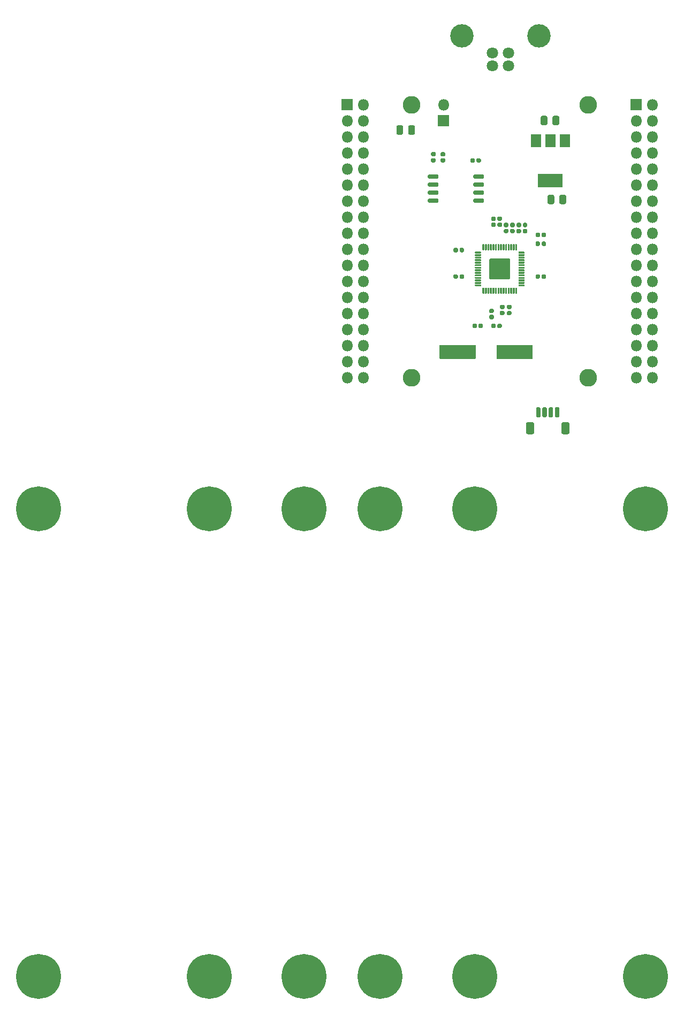
<source format=gbr>
G04 #@! TF.GenerationSoftware,KiCad,Pcbnew,(5.1.9)-1*
G04 #@! TF.CreationDate,2022-01-10T11:00:18-07:00*
G04 #@! TF.ProjectId,RP2040_minimal,52503230-3430-45f6-9d69-6e696d616c2e,REV1*
G04 #@! TF.SameCoordinates,Original*
G04 #@! TF.FileFunction,Soldermask,Top*
G04 #@! TF.FilePolarity,Negative*
%FSLAX46Y46*%
G04 Gerber Fmt 4.6, Leading zero omitted, Abs format (unit mm)*
G04 Created by KiCad (PCBNEW (5.1.9)-1) date 2022-01-10 11:00:18*
%MOMM*%
%LPD*%
G01*
G04 APERTURE LIST*
%ADD10C,1.802000*%
%ADD11C,3.702000*%
%ADD12C,7.102000*%
%ADD13C,2.802000*%
%ADD14O,1.802000X1.802000*%
G04 APERTURE END LIST*
D10*
X101340000Y-65855000D03*
X98840000Y-65855000D03*
X98840000Y-67855000D03*
X101340000Y-67855000D03*
D11*
X106206000Y-63145000D03*
X93974000Y-63145000D03*
D12*
X27070000Y-137910000D03*
X54070000Y-137910000D03*
X81070000Y-137910000D03*
X69070000Y-137910000D03*
X96070000Y-137910000D03*
X123070000Y-137910000D03*
X54070000Y-211910000D03*
X81070000Y-211910000D03*
X96070000Y-211910000D03*
X27070000Y-211910000D03*
X69070000Y-211910000D03*
X123070000Y-211910000D03*
G36*
G01*
X109441000Y-122024500D02*
X109441000Y-123325500D01*
G75*
G02*
X109265500Y-123501000I-175500J0D01*
G01*
X108914500Y-123501000D01*
G75*
G02*
X108739000Y-123325500I0J175500D01*
G01*
X108739000Y-122024500D01*
G75*
G02*
X108914500Y-121849000I175500J0D01*
G01*
X109265500Y-121849000D01*
G75*
G02*
X109441000Y-122024500I0J-175500D01*
G01*
G37*
G36*
G01*
X108441000Y-122024500D02*
X108441000Y-123325500D01*
G75*
G02*
X108265500Y-123501000I-175500J0D01*
G01*
X107914500Y-123501000D01*
G75*
G02*
X107739000Y-123325500I0J175500D01*
G01*
X107739000Y-122024500D01*
G75*
G02*
X107914500Y-121849000I175500J0D01*
G01*
X108265500Y-121849000D01*
G75*
G02*
X108441000Y-122024500I0J-175500D01*
G01*
G37*
G36*
G01*
X107441000Y-122024500D02*
X107441000Y-123325500D01*
G75*
G02*
X107265500Y-123501000I-175500J0D01*
G01*
X106914500Y-123501000D01*
G75*
G02*
X106739000Y-123325500I0J175500D01*
G01*
X106739000Y-122024500D01*
G75*
G02*
X106914500Y-121849000I175500J0D01*
G01*
X107265500Y-121849000D01*
G75*
G02*
X107441000Y-122024500I0J-175500D01*
G01*
G37*
G36*
G01*
X106441000Y-122024500D02*
X106441000Y-123325500D01*
G75*
G02*
X106265500Y-123501000I-175500J0D01*
G01*
X105914500Y-123501000D01*
G75*
G02*
X105739000Y-123325500I0J175500D01*
G01*
X105739000Y-122024500D01*
G75*
G02*
X105914500Y-121849000I175500J0D01*
G01*
X106265500Y-121849000D01*
G75*
G02*
X106441000Y-122024500I0J-175500D01*
G01*
G37*
G36*
G01*
X111041000Y-124520248D02*
X111041000Y-125879752D01*
G75*
G02*
X110769752Y-126151000I-271248J0D01*
G01*
X110010248Y-126151000D01*
G75*
G02*
X109739000Y-125879752I0J271248D01*
G01*
X109739000Y-124520248D01*
G75*
G02*
X110010248Y-124249000I271248J0D01*
G01*
X110769752Y-124249000D01*
G75*
G02*
X111041000Y-124520248I0J-271248D01*
G01*
G37*
G36*
G01*
X105441000Y-124520248D02*
X105441000Y-125879752D01*
G75*
G02*
X105169752Y-126151000I-271248J0D01*
G01*
X104410248Y-126151000D01*
G75*
G02*
X104139000Y-125879752I0J271248D01*
G01*
X104139000Y-124520248D01*
G75*
G02*
X104410248Y-124249000I271248J0D01*
G01*
X105169752Y-124249000D01*
G75*
G02*
X105441000Y-124520248I0J-271248D01*
G01*
G37*
G36*
G01*
X85514000Y-78481750D02*
X85514000Y-77518250D01*
G75*
G02*
X85783250Y-77249000I269250J0D01*
G01*
X86321750Y-77249000D01*
G75*
G02*
X86591000Y-77518250I0J-269250D01*
G01*
X86591000Y-78481750D01*
G75*
G02*
X86321750Y-78751000I-269250J0D01*
G01*
X85783250Y-78751000D01*
G75*
G02*
X85514000Y-78481750I0J269250D01*
G01*
G37*
G36*
G01*
X83639000Y-78481750D02*
X83639000Y-77518250D01*
G75*
G02*
X83908250Y-77249000I269250J0D01*
G01*
X84446750Y-77249000D01*
G75*
G02*
X84716000Y-77518250I0J-269250D01*
G01*
X84716000Y-78481750D01*
G75*
G02*
X84446750Y-78751000I-269250J0D01*
G01*
X83908250Y-78751000D01*
G75*
G02*
X83639000Y-78481750I0J269250D01*
G01*
G37*
G36*
G01*
X109424000Y-89481750D02*
X109424000Y-88518250D01*
G75*
G02*
X109693250Y-88249000I269250J0D01*
G01*
X110231750Y-88249000D01*
G75*
G02*
X110501000Y-88518250I0J-269250D01*
G01*
X110501000Y-89481750D01*
G75*
G02*
X110231750Y-89751000I-269250J0D01*
G01*
X109693250Y-89751000D01*
G75*
G02*
X109424000Y-89481750I0J269250D01*
G01*
G37*
G36*
G01*
X107549000Y-89481750D02*
X107549000Y-88518250D01*
G75*
G02*
X107818250Y-88249000I269250J0D01*
G01*
X108356750Y-88249000D01*
G75*
G02*
X108626000Y-88518250I0J-269250D01*
G01*
X108626000Y-89481750D01*
G75*
G02*
X108356750Y-89751000I-269250J0D01*
G01*
X107818250Y-89751000D01*
G75*
G02*
X107549000Y-89481750I0J269250D01*
G01*
G37*
G36*
G01*
X90490000Y-114166000D02*
X90490000Y-112066000D01*
G75*
G02*
X90541000Y-112015000I51000J0D01*
G01*
X96141000Y-112015000D01*
G75*
G02*
X96192000Y-112066000I0J-51000D01*
G01*
X96192000Y-114166000D01*
G75*
G02*
X96141000Y-114217000I-51000J0D01*
G01*
X90541000Y-114217000D01*
G75*
G02*
X90490000Y-114166000I0J51000D01*
G01*
G37*
G36*
G01*
X99490000Y-114166000D02*
X99490000Y-112066000D01*
G75*
G02*
X99541000Y-112015000I51000J0D01*
G01*
X105141000Y-112015000D01*
G75*
G02*
X105192000Y-112066000I0J-51000D01*
G01*
X105192000Y-114166000D01*
G75*
G02*
X105141000Y-114217000I-51000J0D01*
G01*
X99541000Y-114217000D01*
G75*
G02*
X99490000Y-114166000I0J51000D01*
G01*
G37*
G36*
G01*
X97249000Y-96975500D02*
X97249000Y-96149500D01*
G75*
G02*
X97324500Y-96074000I75500J0D01*
G01*
X97475500Y-96074000D01*
G75*
G02*
X97551000Y-96149500I0J-75500D01*
G01*
X97551000Y-96975500D01*
G75*
G02*
X97475500Y-97051000I-75500J0D01*
G01*
X97324500Y-97051000D01*
G75*
G02*
X97249000Y-96975500I0J75500D01*
G01*
G37*
G36*
G01*
X97649000Y-96975500D02*
X97649000Y-96149500D01*
G75*
G02*
X97724500Y-96074000I75500J0D01*
G01*
X97875500Y-96074000D01*
G75*
G02*
X97951000Y-96149500I0J-75500D01*
G01*
X97951000Y-96975500D01*
G75*
G02*
X97875500Y-97051000I-75500J0D01*
G01*
X97724500Y-97051000D01*
G75*
G02*
X97649000Y-96975500I0J75500D01*
G01*
G37*
G36*
G01*
X98049000Y-96975500D02*
X98049000Y-96149500D01*
G75*
G02*
X98124500Y-96074000I75500J0D01*
G01*
X98275500Y-96074000D01*
G75*
G02*
X98351000Y-96149500I0J-75500D01*
G01*
X98351000Y-96975500D01*
G75*
G02*
X98275500Y-97051000I-75500J0D01*
G01*
X98124500Y-97051000D01*
G75*
G02*
X98049000Y-96975500I0J75500D01*
G01*
G37*
G36*
G01*
X98449000Y-96975500D02*
X98449000Y-96149500D01*
G75*
G02*
X98524500Y-96074000I75500J0D01*
G01*
X98675500Y-96074000D01*
G75*
G02*
X98751000Y-96149500I0J-75500D01*
G01*
X98751000Y-96975500D01*
G75*
G02*
X98675500Y-97051000I-75500J0D01*
G01*
X98524500Y-97051000D01*
G75*
G02*
X98449000Y-96975500I0J75500D01*
G01*
G37*
G36*
G01*
X98849000Y-96975500D02*
X98849000Y-96149500D01*
G75*
G02*
X98924500Y-96074000I75500J0D01*
G01*
X99075500Y-96074000D01*
G75*
G02*
X99151000Y-96149500I0J-75500D01*
G01*
X99151000Y-96975500D01*
G75*
G02*
X99075500Y-97051000I-75500J0D01*
G01*
X98924500Y-97051000D01*
G75*
G02*
X98849000Y-96975500I0J75500D01*
G01*
G37*
G36*
G01*
X99249000Y-96975500D02*
X99249000Y-96149500D01*
G75*
G02*
X99324500Y-96074000I75500J0D01*
G01*
X99475500Y-96074000D01*
G75*
G02*
X99551000Y-96149500I0J-75500D01*
G01*
X99551000Y-96975500D01*
G75*
G02*
X99475500Y-97051000I-75500J0D01*
G01*
X99324500Y-97051000D01*
G75*
G02*
X99249000Y-96975500I0J75500D01*
G01*
G37*
G36*
G01*
X99649000Y-96975500D02*
X99649000Y-96149500D01*
G75*
G02*
X99724500Y-96074000I75500J0D01*
G01*
X99875500Y-96074000D01*
G75*
G02*
X99951000Y-96149500I0J-75500D01*
G01*
X99951000Y-96975500D01*
G75*
G02*
X99875500Y-97051000I-75500J0D01*
G01*
X99724500Y-97051000D01*
G75*
G02*
X99649000Y-96975500I0J75500D01*
G01*
G37*
G36*
G01*
X100049000Y-96975500D02*
X100049000Y-96149500D01*
G75*
G02*
X100124500Y-96074000I75500J0D01*
G01*
X100275500Y-96074000D01*
G75*
G02*
X100351000Y-96149500I0J-75500D01*
G01*
X100351000Y-96975500D01*
G75*
G02*
X100275500Y-97051000I-75500J0D01*
G01*
X100124500Y-97051000D01*
G75*
G02*
X100049000Y-96975500I0J75500D01*
G01*
G37*
G36*
G01*
X100449000Y-96975500D02*
X100449000Y-96149500D01*
G75*
G02*
X100524500Y-96074000I75500J0D01*
G01*
X100675500Y-96074000D01*
G75*
G02*
X100751000Y-96149500I0J-75500D01*
G01*
X100751000Y-96975500D01*
G75*
G02*
X100675500Y-97051000I-75500J0D01*
G01*
X100524500Y-97051000D01*
G75*
G02*
X100449000Y-96975500I0J75500D01*
G01*
G37*
G36*
G01*
X100849000Y-96975500D02*
X100849000Y-96149500D01*
G75*
G02*
X100924500Y-96074000I75500J0D01*
G01*
X101075500Y-96074000D01*
G75*
G02*
X101151000Y-96149500I0J-75500D01*
G01*
X101151000Y-96975500D01*
G75*
G02*
X101075500Y-97051000I-75500J0D01*
G01*
X100924500Y-97051000D01*
G75*
G02*
X100849000Y-96975500I0J75500D01*
G01*
G37*
G36*
G01*
X101249000Y-96975500D02*
X101249000Y-96149500D01*
G75*
G02*
X101324500Y-96074000I75500J0D01*
G01*
X101475500Y-96074000D01*
G75*
G02*
X101551000Y-96149500I0J-75500D01*
G01*
X101551000Y-96975500D01*
G75*
G02*
X101475500Y-97051000I-75500J0D01*
G01*
X101324500Y-97051000D01*
G75*
G02*
X101249000Y-96975500I0J75500D01*
G01*
G37*
G36*
G01*
X101649000Y-96975500D02*
X101649000Y-96149500D01*
G75*
G02*
X101724500Y-96074000I75500J0D01*
G01*
X101875500Y-96074000D01*
G75*
G02*
X101951000Y-96149500I0J-75500D01*
G01*
X101951000Y-96975500D01*
G75*
G02*
X101875500Y-97051000I-75500J0D01*
G01*
X101724500Y-97051000D01*
G75*
G02*
X101649000Y-96975500I0J75500D01*
G01*
G37*
G36*
G01*
X102049000Y-96975500D02*
X102049000Y-96149500D01*
G75*
G02*
X102124500Y-96074000I75500J0D01*
G01*
X102275500Y-96074000D01*
G75*
G02*
X102351000Y-96149500I0J-75500D01*
G01*
X102351000Y-96975500D01*
G75*
G02*
X102275500Y-97051000I-75500J0D01*
G01*
X102124500Y-97051000D01*
G75*
G02*
X102049000Y-96975500I0J75500D01*
G01*
G37*
G36*
G01*
X102449000Y-96975500D02*
X102449000Y-96149500D01*
G75*
G02*
X102524500Y-96074000I75500J0D01*
G01*
X102675500Y-96074000D01*
G75*
G02*
X102751000Y-96149500I0J-75500D01*
G01*
X102751000Y-96975500D01*
G75*
G02*
X102675500Y-97051000I-75500J0D01*
G01*
X102524500Y-97051000D01*
G75*
G02*
X102449000Y-96975500I0J75500D01*
G01*
G37*
G36*
G01*
X102949000Y-97475500D02*
X102949000Y-97324500D01*
G75*
G02*
X103024500Y-97249000I75500J0D01*
G01*
X103850500Y-97249000D01*
G75*
G02*
X103926000Y-97324500I0J-75500D01*
G01*
X103926000Y-97475500D01*
G75*
G02*
X103850500Y-97551000I-75500J0D01*
G01*
X103024500Y-97551000D01*
G75*
G02*
X102949000Y-97475500I0J75500D01*
G01*
G37*
G36*
G01*
X102949000Y-97875500D02*
X102949000Y-97724500D01*
G75*
G02*
X103024500Y-97649000I75500J0D01*
G01*
X103850500Y-97649000D01*
G75*
G02*
X103926000Y-97724500I0J-75500D01*
G01*
X103926000Y-97875500D01*
G75*
G02*
X103850500Y-97951000I-75500J0D01*
G01*
X103024500Y-97951000D01*
G75*
G02*
X102949000Y-97875500I0J75500D01*
G01*
G37*
G36*
G01*
X102949000Y-98275500D02*
X102949000Y-98124500D01*
G75*
G02*
X103024500Y-98049000I75500J0D01*
G01*
X103850500Y-98049000D01*
G75*
G02*
X103926000Y-98124500I0J-75500D01*
G01*
X103926000Y-98275500D01*
G75*
G02*
X103850500Y-98351000I-75500J0D01*
G01*
X103024500Y-98351000D01*
G75*
G02*
X102949000Y-98275500I0J75500D01*
G01*
G37*
G36*
G01*
X102949000Y-98675500D02*
X102949000Y-98524500D01*
G75*
G02*
X103024500Y-98449000I75500J0D01*
G01*
X103850500Y-98449000D01*
G75*
G02*
X103926000Y-98524500I0J-75500D01*
G01*
X103926000Y-98675500D01*
G75*
G02*
X103850500Y-98751000I-75500J0D01*
G01*
X103024500Y-98751000D01*
G75*
G02*
X102949000Y-98675500I0J75500D01*
G01*
G37*
G36*
G01*
X102949000Y-99075500D02*
X102949000Y-98924500D01*
G75*
G02*
X103024500Y-98849000I75500J0D01*
G01*
X103850500Y-98849000D01*
G75*
G02*
X103926000Y-98924500I0J-75500D01*
G01*
X103926000Y-99075500D01*
G75*
G02*
X103850500Y-99151000I-75500J0D01*
G01*
X103024500Y-99151000D01*
G75*
G02*
X102949000Y-99075500I0J75500D01*
G01*
G37*
G36*
G01*
X102949000Y-99475500D02*
X102949000Y-99324500D01*
G75*
G02*
X103024500Y-99249000I75500J0D01*
G01*
X103850500Y-99249000D01*
G75*
G02*
X103926000Y-99324500I0J-75500D01*
G01*
X103926000Y-99475500D01*
G75*
G02*
X103850500Y-99551000I-75500J0D01*
G01*
X103024500Y-99551000D01*
G75*
G02*
X102949000Y-99475500I0J75500D01*
G01*
G37*
G36*
G01*
X102949000Y-99875500D02*
X102949000Y-99724500D01*
G75*
G02*
X103024500Y-99649000I75500J0D01*
G01*
X103850500Y-99649000D01*
G75*
G02*
X103926000Y-99724500I0J-75500D01*
G01*
X103926000Y-99875500D01*
G75*
G02*
X103850500Y-99951000I-75500J0D01*
G01*
X103024500Y-99951000D01*
G75*
G02*
X102949000Y-99875500I0J75500D01*
G01*
G37*
G36*
G01*
X102949000Y-100275500D02*
X102949000Y-100124500D01*
G75*
G02*
X103024500Y-100049000I75500J0D01*
G01*
X103850500Y-100049000D01*
G75*
G02*
X103926000Y-100124500I0J-75500D01*
G01*
X103926000Y-100275500D01*
G75*
G02*
X103850500Y-100351000I-75500J0D01*
G01*
X103024500Y-100351000D01*
G75*
G02*
X102949000Y-100275500I0J75500D01*
G01*
G37*
G36*
G01*
X102949000Y-100675500D02*
X102949000Y-100524500D01*
G75*
G02*
X103024500Y-100449000I75500J0D01*
G01*
X103850500Y-100449000D01*
G75*
G02*
X103926000Y-100524500I0J-75500D01*
G01*
X103926000Y-100675500D01*
G75*
G02*
X103850500Y-100751000I-75500J0D01*
G01*
X103024500Y-100751000D01*
G75*
G02*
X102949000Y-100675500I0J75500D01*
G01*
G37*
G36*
G01*
X102949000Y-101075500D02*
X102949000Y-100924500D01*
G75*
G02*
X103024500Y-100849000I75500J0D01*
G01*
X103850500Y-100849000D01*
G75*
G02*
X103926000Y-100924500I0J-75500D01*
G01*
X103926000Y-101075500D01*
G75*
G02*
X103850500Y-101151000I-75500J0D01*
G01*
X103024500Y-101151000D01*
G75*
G02*
X102949000Y-101075500I0J75500D01*
G01*
G37*
G36*
G01*
X102949000Y-101475500D02*
X102949000Y-101324500D01*
G75*
G02*
X103024500Y-101249000I75500J0D01*
G01*
X103850500Y-101249000D01*
G75*
G02*
X103926000Y-101324500I0J-75500D01*
G01*
X103926000Y-101475500D01*
G75*
G02*
X103850500Y-101551000I-75500J0D01*
G01*
X103024500Y-101551000D01*
G75*
G02*
X102949000Y-101475500I0J75500D01*
G01*
G37*
G36*
G01*
X102949000Y-101875500D02*
X102949000Y-101724500D01*
G75*
G02*
X103024500Y-101649000I75500J0D01*
G01*
X103850500Y-101649000D01*
G75*
G02*
X103926000Y-101724500I0J-75500D01*
G01*
X103926000Y-101875500D01*
G75*
G02*
X103850500Y-101951000I-75500J0D01*
G01*
X103024500Y-101951000D01*
G75*
G02*
X102949000Y-101875500I0J75500D01*
G01*
G37*
G36*
G01*
X102949000Y-102275500D02*
X102949000Y-102124500D01*
G75*
G02*
X103024500Y-102049000I75500J0D01*
G01*
X103850500Y-102049000D01*
G75*
G02*
X103926000Y-102124500I0J-75500D01*
G01*
X103926000Y-102275500D01*
G75*
G02*
X103850500Y-102351000I-75500J0D01*
G01*
X103024500Y-102351000D01*
G75*
G02*
X102949000Y-102275500I0J75500D01*
G01*
G37*
G36*
G01*
X102949000Y-102675500D02*
X102949000Y-102524500D01*
G75*
G02*
X103024500Y-102449000I75500J0D01*
G01*
X103850500Y-102449000D01*
G75*
G02*
X103926000Y-102524500I0J-75500D01*
G01*
X103926000Y-102675500D01*
G75*
G02*
X103850500Y-102751000I-75500J0D01*
G01*
X103024500Y-102751000D01*
G75*
G02*
X102949000Y-102675500I0J75500D01*
G01*
G37*
G36*
G01*
X102449000Y-103850500D02*
X102449000Y-103024500D01*
G75*
G02*
X102524500Y-102949000I75500J0D01*
G01*
X102675500Y-102949000D01*
G75*
G02*
X102751000Y-103024500I0J-75500D01*
G01*
X102751000Y-103850500D01*
G75*
G02*
X102675500Y-103926000I-75500J0D01*
G01*
X102524500Y-103926000D01*
G75*
G02*
X102449000Y-103850500I0J75500D01*
G01*
G37*
G36*
G01*
X102049000Y-103850500D02*
X102049000Y-103024500D01*
G75*
G02*
X102124500Y-102949000I75500J0D01*
G01*
X102275500Y-102949000D01*
G75*
G02*
X102351000Y-103024500I0J-75500D01*
G01*
X102351000Y-103850500D01*
G75*
G02*
X102275500Y-103926000I-75500J0D01*
G01*
X102124500Y-103926000D01*
G75*
G02*
X102049000Y-103850500I0J75500D01*
G01*
G37*
G36*
G01*
X101649000Y-103850500D02*
X101649000Y-103024500D01*
G75*
G02*
X101724500Y-102949000I75500J0D01*
G01*
X101875500Y-102949000D01*
G75*
G02*
X101951000Y-103024500I0J-75500D01*
G01*
X101951000Y-103850500D01*
G75*
G02*
X101875500Y-103926000I-75500J0D01*
G01*
X101724500Y-103926000D01*
G75*
G02*
X101649000Y-103850500I0J75500D01*
G01*
G37*
G36*
G01*
X101249000Y-103850500D02*
X101249000Y-103024500D01*
G75*
G02*
X101324500Y-102949000I75500J0D01*
G01*
X101475500Y-102949000D01*
G75*
G02*
X101551000Y-103024500I0J-75500D01*
G01*
X101551000Y-103850500D01*
G75*
G02*
X101475500Y-103926000I-75500J0D01*
G01*
X101324500Y-103926000D01*
G75*
G02*
X101249000Y-103850500I0J75500D01*
G01*
G37*
G36*
G01*
X100849000Y-103850500D02*
X100849000Y-103024500D01*
G75*
G02*
X100924500Y-102949000I75500J0D01*
G01*
X101075500Y-102949000D01*
G75*
G02*
X101151000Y-103024500I0J-75500D01*
G01*
X101151000Y-103850500D01*
G75*
G02*
X101075500Y-103926000I-75500J0D01*
G01*
X100924500Y-103926000D01*
G75*
G02*
X100849000Y-103850500I0J75500D01*
G01*
G37*
G36*
G01*
X100449000Y-103850500D02*
X100449000Y-103024500D01*
G75*
G02*
X100524500Y-102949000I75500J0D01*
G01*
X100675500Y-102949000D01*
G75*
G02*
X100751000Y-103024500I0J-75500D01*
G01*
X100751000Y-103850500D01*
G75*
G02*
X100675500Y-103926000I-75500J0D01*
G01*
X100524500Y-103926000D01*
G75*
G02*
X100449000Y-103850500I0J75500D01*
G01*
G37*
G36*
G01*
X100049000Y-103850500D02*
X100049000Y-103024500D01*
G75*
G02*
X100124500Y-102949000I75500J0D01*
G01*
X100275500Y-102949000D01*
G75*
G02*
X100351000Y-103024500I0J-75500D01*
G01*
X100351000Y-103850500D01*
G75*
G02*
X100275500Y-103926000I-75500J0D01*
G01*
X100124500Y-103926000D01*
G75*
G02*
X100049000Y-103850500I0J75500D01*
G01*
G37*
G36*
G01*
X99649000Y-103850500D02*
X99649000Y-103024500D01*
G75*
G02*
X99724500Y-102949000I75500J0D01*
G01*
X99875500Y-102949000D01*
G75*
G02*
X99951000Y-103024500I0J-75500D01*
G01*
X99951000Y-103850500D01*
G75*
G02*
X99875500Y-103926000I-75500J0D01*
G01*
X99724500Y-103926000D01*
G75*
G02*
X99649000Y-103850500I0J75500D01*
G01*
G37*
G36*
G01*
X99249000Y-103850500D02*
X99249000Y-103024500D01*
G75*
G02*
X99324500Y-102949000I75500J0D01*
G01*
X99475500Y-102949000D01*
G75*
G02*
X99551000Y-103024500I0J-75500D01*
G01*
X99551000Y-103850500D01*
G75*
G02*
X99475500Y-103926000I-75500J0D01*
G01*
X99324500Y-103926000D01*
G75*
G02*
X99249000Y-103850500I0J75500D01*
G01*
G37*
G36*
G01*
X98849000Y-103850500D02*
X98849000Y-103024500D01*
G75*
G02*
X98924500Y-102949000I75500J0D01*
G01*
X99075500Y-102949000D01*
G75*
G02*
X99151000Y-103024500I0J-75500D01*
G01*
X99151000Y-103850500D01*
G75*
G02*
X99075500Y-103926000I-75500J0D01*
G01*
X98924500Y-103926000D01*
G75*
G02*
X98849000Y-103850500I0J75500D01*
G01*
G37*
G36*
G01*
X98449000Y-103850500D02*
X98449000Y-103024500D01*
G75*
G02*
X98524500Y-102949000I75500J0D01*
G01*
X98675500Y-102949000D01*
G75*
G02*
X98751000Y-103024500I0J-75500D01*
G01*
X98751000Y-103850500D01*
G75*
G02*
X98675500Y-103926000I-75500J0D01*
G01*
X98524500Y-103926000D01*
G75*
G02*
X98449000Y-103850500I0J75500D01*
G01*
G37*
G36*
G01*
X98049000Y-103850500D02*
X98049000Y-103024500D01*
G75*
G02*
X98124500Y-102949000I75500J0D01*
G01*
X98275500Y-102949000D01*
G75*
G02*
X98351000Y-103024500I0J-75500D01*
G01*
X98351000Y-103850500D01*
G75*
G02*
X98275500Y-103926000I-75500J0D01*
G01*
X98124500Y-103926000D01*
G75*
G02*
X98049000Y-103850500I0J75500D01*
G01*
G37*
G36*
G01*
X97649000Y-103850500D02*
X97649000Y-103024500D01*
G75*
G02*
X97724500Y-102949000I75500J0D01*
G01*
X97875500Y-102949000D01*
G75*
G02*
X97951000Y-103024500I0J-75500D01*
G01*
X97951000Y-103850500D01*
G75*
G02*
X97875500Y-103926000I-75500J0D01*
G01*
X97724500Y-103926000D01*
G75*
G02*
X97649000Y-103850500I0J75500D01*
G01*
G37*
G36*
G01*
X97249000Y-103850500D02*
X97249000Y-103024500D01*
G75*
G02*
X97324500Y-102949000I75500J0D01*
G01*
X97475500Y-102949000D01*
G75*
G02*
X97551000Y-103024500I0J-75500D01*
G01*
X97551000Y-103850500D01*
G75*
G02*
X97475500Y-103926000I-75500J0D01*
G01*
X97324500Y-103926000D01*
G75*
G02*
X97249000Y-103850500I0J75500D01*
G01*
G37*
G36*
G01*
X96074000Y-102675500D02*
X96074000Y-102524500D01*
G75*
G02*
X96149500Y-102449000I75500J0D01*
G01*
X96975500Y-102449000D01*
G75*
G02*
X97051000Y-102524500I0J-75500D01*
G01*
X97051000Y-102675500D01*
G75*
G02*
X96975500Y-102751000I-75500J0D01*
G01*
X96149500Y-102751000D01*
G75*
G02*
X96074000Y-102675500I0J75500D01*
G01*
G37*
G36*
G01*
X96074000Y-102275500D02*
X96074000Y-102124500D01*
G75*
G02*
X96149500Y-102049000I75500J0D01*
G01*
X96975500Y-102049000D01*
G75*
G02*
X97051000Y-102124500I0J-75500D01*
G01*
X97051000Y-102275500D01*
G75*
G02*
X96975500Y-102351000I-75500J0D01*
G01*
X96149500Y-102351000D01*
G75*
G02*
X96074000Y-102275500I0J75500D01*
G01*
G37*
G36*
G01*
X96074000Y-101875500D02*
X96074000Y-101724500D01*
G75*
G02*
X96149500Y-101649000I75500J0D01*
G01*
X96975500Y-101649000D01*
G75*
G02*
X97051000Y-101724500I0J-75500D01*
G01*
X97051000Y-101875500D01*
G75*
G02*
X96975500Y-101951000I-75500J0D01*
G01*
X96149500Y-101951000D01*
G75*
G02*
X96074000Y-101875500I0J75500D01*
G01*
G37*
G36*
G01*
X96074000Y-101475500D02*
X96074000Y-101324500D01*
G75*
G02*
X96149500Y-101249000I75500J0D01*
G01*
X96975500Y-101249000D01*
G75*
G02*
X97051000Y-101324500I0J-75500D01*
G01*
X97051000Y-101475500D01*
G75*
G02*
X96975500Y-101551000I-75500J0D01*
G01*
X96149500Y-101551000D01*
G75*
G02*
X96074000Y-101475500I0J75500D01*
G01*
G37*
G36*
G01*
X96074000Y-101075500D02*
X96074000Y-100924500D01*
G75*
G02*
X96149500Y-100849000I75500J0D01*
G01*
X96975500Y-100849000D01*
G75*
G02*
X97051000Y-100924500I0J-75500D01*
G01*
X97051000Y-101075500D01*
G75*
G02*
X96975500Y-101151000I-75500J0D01*
G01*
X96149500Y-101151000D01*
G75*
G02*
X96074000Y-101075500I0J75500D01*
G01*
G37*
G36*
G01*
X96074000Y-100675500D02*
X96074000Y-100524500D01*
G75*
G02*
X96149500Y-100449000I75500J0D01*
G01*
X96975500Y-100449000D01*
G75*
G02*
X97051000Y-100524500I0J-75500D01*
G01*
X97051000Y-100675500D01*
G75*
G02*
X96975500Y-100751000I-75500J0D01*
G01*
X96149500Y-100751000D01*
G75*
G02*
X96074000Y-100675500I0J75500D01*
G01*
G37*
G36*
G01*
X96074000Y-100275500D02*
X96074000Y-100124500D01*
G75*
G02*
X96149500Y-100049000I75500J0D01*
G01*
X96975500Y-100049000D01*
G75*
G02*
X97051000Y-100124500I0J-75500D01*
G01*
X97051000Y-100275500D01*
G75*
G02*
X96975500Y-100351000I-75500J0D01*
G01*
X96149500Y-100351000D01*
G75*
G02*
X96074000Y-100275500I0J75500D01*
G01*
G37*
G36*
G01*
X96074000Y-99875500D02*
X96074000Y-99724500D01*
G75*
G02*
X96149500Y-99649000I75500J0D01*
G01*
X96975500Y-99649000D01*
G75*
G02*
X97051000Y-99724500I0J-75500D01*
G01*
X97051000Y-99875500D01*
G75*
G02*
X96975500Y-99951000I-75500J0D01*
G01*
X96149500Y-99951000D01*
G75*
G02*
X96074000Y-99875500I0J75500D01*
G01*
G37*
G36*
G01*
X96074000Y-99475500D02*
X96074000Y-99324500D01*
G75*
G02*
X96149500Y-99249000I75500J0D01*
G01*
X96975500Y-99249000D01*
G75*
G02*
X97051000Y-99324500I0J-75500D01*
G01*
X97051000Y-99475500D01*
G75*
G02*
X96975500Y-99551000I-75500J0D01*
G01*
X96149500Y-99551000D01*
G75*
G02*
X96074000Y-99475500I0J75500D01*
G01*
G37*
G36*
G01*
X96074000Y-99075500D02*
X96074000Y-98924500D01*
G75*
G02*
X96149500Y-98849000I75500J0D01*
G01*
X96975500Y-98849000D01*
G75*
G02*
X97051000Y-98924500I0J-75500D01*
G01*
X97051000Y-99075500D01*
G75*
G02*
X96975500Y-99151000I-75500J0D01*
G01*
X96149500Y-99151000D01*
G75*
G02*
X96074000Y-99075500I0J75500D01*
G01*
G37*
G36*
G01*
X96074000Y-98675500D02*
X96074000Y-98524500D01*
G75*
G02*
X96149500Y-98449000I75500J0D01*
G01*
X96975500Y-98449000D01*
G75*
G02*
X97051000Y-98524500I0J-75500D01*
G01*
X97051000Y-98675500D01*
G75*
G02*
X96975500Y-98751000I-75500J0D01*
G01*
X96149500Y-98751000D01*
G75*
G02*
X96074000Y-98675500I0J75500D01*
G01*
G37*
G36*
G01*
X96074000Y-98275500D02*
X96074000Y-98124500D01*
G75*
G02*
X96149500Y-98049000I75500J0D01*
G01*
X96975500Y-98049000D01*
G75*
G02*
X97051000Y-98124500I0J-75500D01*
G01*
X97051000Y-98275500D01*
G75*
G02*
X96975500Y-98351000I-75500J0D01*
G01*
X96149500Y-98351000D01*
G75*
G02*
X96074000Y-98275500I0J75500D01*
G01*
G37*
G36*
G01*
X96074000Y-97875500D02*
X96074000Y-97724500D01*
G75*
G02*
X96149500Y-97649000I75500J0D01*
G01*
X96975500Y-97649000D01*
G75*
G02*
X97051000Y-97724500I0J-75500D01*
G01*
X97051000Y-97875500D01*
G75*
G02*
X96975500Y-97951000I-75500J0D01*
G01*
X96149500Y-97951000D01*
G75*
G02*
X96074000Y-97875500I0J75500D01*
G01*
G37*
G36*
G01*
X96074000Y-97475500D02*
X96074000Y-97324500D01*
G75*
G02*
X96149500Y-97249000I75500J0D01*
G01*
X96975500Y-97249000D01*
G75*
G02*
X97051000Y-97324500I0J-75500D01*
G01*
X97051000Y-97475500D01*
G75*
G02*
X96975500Y-97551000I-75500J0D01*
G01*
X96149500Y-97551000D01*
G75*
G02*
X96074000Y-97475500I0J75500D01*
G01*
G37*
G36*
G01*
X98349000Y-101502410D02*
X98349000Y-98497590D01*
G75*
G02*
X98497590Y-98349000I148590J0D01*
G01*
X101502410Y-98349000D01*
G75*
G02*
X101651000Y-98497590I0J-148590D01*
G01*
X101651000Y-101502410D01*
G75*
G02*
X101502410Y-101651000I-148590J0D01*
G01*
X98497590Y-101651000D01*
G75*
G02*
X98349000Y-101502410I0J148590D01*
G01*
G37*
G36*
G01*
X98502000Y-107254000D02*
X98898000Y-107254000D01*
G75*
G02*
X99071000Y-107427000I0J-173000D01*
G01*
X99071000Y-107773000D01*
G75*
G02*
X98898000Y-107946000I-173000J0D01*
G01*
X98502000Y-107946000D01*
G75*
G02*
X98329000Y-107773000I0J173000D01*
G01*
X98329000Y-107427000D01*
G75*
G02*
X98502000Y-107254000I173000J0D01*
G01*
G37*
G36*
G01*
X98502000Y-106284000D02*
X98898000Y-106284000D01*
G75*
G02*
X99071000Y-106457000I0J-173000D01*
G01*
X99071000Y-106803000D01*
G75*
G02*
X98898000Y-106976000I-173000J0D01*
G01*
X98502000Y-106976000D01*
G75*
G02*
X98329000Y-106803000I0J173000D01*
G01*
X98329000Y-106457000D01*
G75*
G02*
X98502000Y-106284000I173000J0D01*
G01*
G37*
D13*
X86030000Y-117180000D03*
X113970000Y-117180000D03*
X113970000Y-74000000D03*
X86030000Y-74000000D03*
G36*
G01*
X101802000Y-93654000D02*
X102198000Y-93654000D01*
G75*
G02*
X102371000Y-93827000I0J-173000D01*
G01*
X102371000Y-94173000D01*
G75*
G02*
X102198000Y-94346000I-173000J0D01*
G01*
X101802000Y-94346000D01*
G75*
G02*
X101629000Y-94173000I0J173000D01*
G01*
X101629000Y-93827000D01*
G75*
G02*
X101802000Y-93654000I173000J0D01*
G01*
G37*
G36*
G01*
X101802000Y-92684000D02*
X102198000Y-92684000D01*
G75*
G02*
X102371000Y-92857000I0J-173000D01*
G01*
X102371000Y-93203000D01*
G75*
G02*
X102198000Y-93376000I-173000J0D01*
G01*
X101802000Y-93376000D01*
G75*
G02*
X101629000Y-93203000I0J173000D01*
G01*
X101629000Y-92857000D01*
G75*
G02*
X101802000Y-92684000I173000J0D01*
G01*
G37*
G36*
G01*
X100802000Y-93654000D02*
X101198000Y-93654000D01*
G75*
G02*
X101371000Y-93827000I0J-173000D01*
G01*
X101371000Y-94173000D01*
G75*
G02*
X101198000Y-94346000I-173000J0D01*
G01*
X100802000Y-94346000D01*
G75*
G02*
X100629000Y-94173000I0J173000D01*
G01*
X100629000Y-93827000D01*
G75*
G02*
X100802000Y-93654000I173000J0D01*
G01*
G37*
G36*
G01*
X100802000Y-92684000D02*
X101198000Y-92684000D01*
G75*
G02*
X101371000Y-92857000I0J-173000D01*
G01*
X101371000Y-93203000D01*
G75*
G02*
X101198000Y-93376000I-173000J0D01*
G01*
X100802000Y-93376000D01*
G75*
G02*
X100629000Y-93203000I0J173000D01*
G01*
X100629000Y-92857000D01*
G75*
G02*
X100802000Y-92684000I173000J0D01*
G01*
G37*
G36*
G01*
X89302000Y-82454000D02*
X89698000Y-82454000D01*
G75*
G02*
X89871000Y-82627000I0J-173000D01*
G01*
X89871000Y-82973000D01*
G75*
G02*
X89698000Y-83146000I-173000J0D01*
G01*
X89302000Y-83146000D01*
G75*
G02*
X89129000Y-82973000I0J173000D01*
G01*
X89129000Y-82627000D01*
G75*
G02*
X89302000Y-82454000I173000J0D01*
G01*
G37*
G36*
G01*
X89302000Y-81484000D02*
X89698000Y-81484000D01*
G75*
G02*
X89871000Y-81657000I0J-173000D01*
G01*
X89871000Y-82003000D01*
G75*
G02*
X89698000Y-82176000I-173000J0D01*
G01*
X89302000Y-82176000D01*
G75*
G02*
X89129000Y-82003000I0J173000D01*
G01*
X89129000Y-81657000D01*
G75*
G02*
X89302000Y-81484000I173000J0D01*
G01*
G37*
G36*
G01*
X91198000Y-82176000D02*
X90802000Y-82176000D01*
G75*
G02*
X90629000Y-82003000I0J173000D01*
G01*
X90629000Y-81657000D01*
G75*
G02*
X90802000Y-81484000I173000J0D01*
G01*
X91198000Y-81484000D01*
G75*
G02*
X91371000Y-81657000I0J-173000D01*
G01*
X91371000Y-82003000D01*
G75*
G02*
X91198000Y-82176000I-173000J0D01*
G01*
G37*
G36*
G01*
X91198000Y-83146000D02*
X90802000Y-83146000D01*
G75*
G02*
X90629000Y-82973000I0J173000D01*
G01*
X90629000Y-82627000D01*
G75*
G02*
X90802000Y-82454000I173000J0D01*
G01*
X91198000Y-82454000D01*
G75*
G02*
X91371000Y-82627000I0J-173000D01*
G01*
X91371000Y-82973000D01*
G75*
G02*
X91198000Y-83146000I-173000J0D01*
G01*
G37*
G36*
G01*
X106624000Y-94798000D02*
X106624000Y-94402000D01*
G75*
G02*
X106797000Y-94229000I173000J0D01*
G01*
X107143000Y-94229000D01*
G75*
G02*
X107316000Y-94402000I0J-173000D01*
G01*
X107316000Y-94798000D01*
G75*
G02*
X107143000Y-94971000I-173000J0D01*
G01*
X106797000Y-94971000D01*
G75*
G02*
X106624000Y-94798000I0J173000D01*
G01*
G37*
G36*
G01*
X105654000Y-94798000D02*
X105654000Y-94402000D01*
G75*
G02*
X105827000Y-94229000I173000J0D01*
G01*
X106173000Y-94229000D01*
G75*
G02*
X106346000Y-94402000I0J-173000D01*
G01*
X106346000Y-94798000D01*
G75*
G02*
X106173000Y-94971000I-173000J0D01*
G01*
X105827000Y-94971000D01*
G75*
G02*
X105654000Y-94798000I0J173000D01*
G01*
G37*
G36*
G01*
X106624000Y-96198000D02*
X106624000Y-95802000D01*
G75*
G02*
X106797000Y-95629000I173000J0D01*
G01*
X107143000Y-95629000D01*
G75*
G02*
X107316000Y-95802000I0J-173000D01*
G01*
X107316000Y-96198000D01*
G75*
G02*
X107143000Y-96371000I-173000J0D01*
G01*
X106797000Y-96371000D01*
G75*
G02*
X106624000Y-96198000I0J173000D01*
G01*
G37*
G36*
G01*
X105654000Y-96198000D02*
X105654000Y-95802000D01*
G75*
G02*
X105827000Y-95629000I173000J0D01*
G01*
X106173000Y-95629000D01*
G75*
G02*
X106346000Y-95802000I0J-173000D01*
G01*
X106346000Y-96198000D01*
G75*
G02*
X106173000Y-96371000I-173000J0D01*
G01*
X105827000Y-96371000D01*
G75*
G02*
X105654000Y-96198000I0J173000D01*
G01*
G37*
G36*
G01*
X100183000Y-106624000D02*
X100579000Y-106624000D01*
G75*
G02*
X100752000Y-106797000I0J-173000D01*
G01*
X100752000Y-107143000D01*
G75*
G02*
X100579000Y-107316000I-173000J0D01*
G01*
X100183000Y-107316000D01*
G75*
G02*
X100010000Y-107143000I0J173000D01*
G01*
X100010000Y-106797000D01*
G75*
G02*
X100183000Y-106624000I173000J0D01*
G01*
G37*
G36*
G01*
X100183000Y-105654000D02*
X100579000Y-105654000D01*
G75*
G02*
X100752000Y-105827000I0J-173000D01*
G01*
X100752000Y-106173000D01*
G75*
G02*
X100579000Y-106346000I-173000J0D01*
G01*
X100183000Y-106346000D01*
G75*
G02*
X100010000Y-106173000I0J173000D01*
G01*
X100010000Y-105827000D01*
G75*
G02*
X100183000Y-105654000I173000J0D01*
G01*
G37*
G36*
G01*
X93376000Y-101002000D02*
X93376000Y-101398000D01*
G75*
G02*
X93203000Y-101571000I-173000J0D01*
G01*
X92857000Y-101571000D01*
G75*
G02*
X92684000Y-101398000I0J173000D01*
G01*
X92684000Y-101002000D01*
G75*
G02*
X92857000Y-100829000I173000J0D01*
G01*
X93203000Y-100829000D01*
G75*
G02*
X93376000Y-101002000I0J-173000D01*
G01*
G37*
G36*
G01*
X94346000Y-101002000D02*
X94346000Y-101398000D01*
G75*
G02*
X94173000Y-101571000I-173000J0D01*
G01*
X93827000Y-101571000D01*
G75*
G02*
X93654000Y-101398000I0J173000D01*
G01*
X93654000Y-101002000D01*
G75*
G02*
X93827000Y-100829000I173000J0D01*
G01*
X94173000Y-100829000D01*
G75*
G02*
X94346000Y-101002000I0J-173000D01*
G01*
G37*
G36*
G01*
X106624000Y-101398000D02*
X106624000Y-101002000D01*
G75*
G02*
X106797000Y-100829000I173000J0D01*
G01*
X107143000Y-100829000D01*
G75*
G02*
X107316000Y-101002000I0J-173000D01*
G01*
X107316000Y-101398000D01*
G75*
G02*
X107143000Y-101571000I-173000J0D01*
G01*
X106797000Y-101571000D01*
G75*
G02*
X106624000Y-101398000I0J173000D01*
G01*
G37*
G36*
G01*
X105654000Y-101398000D02*
X105654000Y-101002000D01*
G75*
G02*
X105827000Y-100829000I173000J0D01*
G01*
X106173000Y-100829000D01*
G75*
G02*
X106346000Y-101002000I0J-173000D01*
G01*
X106346000Y-101398000D01*
G75*
G02*
X106173000Y-101571000I-173000J0D01*
G01*
X105827000Y-101571000D01*
G75*
G02*
X105654000Y-101398000I0J173000D01*
G01*
G37*
G36*
G01*
X93376000Y-96802000D02*
X93376000Y-97198000D01*
G75*
G02*
X93203000Y-97371000I-173000J0D01*
G01*
X92857000Y-97371000D01*
G75*
G02*
X92684000Y-97198000I0J173000D01*
G01*
X92684000Y-96802000D01*
G75*
G02*
X92857000Y-96629000I173000J0D01*
G01*
X93203000Y-96629000D01*
G75*
G02*
X93376000Y-96802000I0J-173000D01*
G01*
G37*
G36*
G01*
X94346000Y-96802000D02*
X94346000Y-97198000D01*
G75*
G02*
X94173000Y-97371000I-173000J0D01*
G01*
X93827000Y-97371000D01*
G75*
G02*
X93654000Y-97198000I0J173000D01*
G01*
X93654000Y-96802000D01*
G75*
G02*
X93827000Y-96629000I173000J0D01*
G01*
X94173000Y-96629000D01*
G75*
G02*
X94346000Y-96802000I0J-173000D01*
G01*
G37*
G36*
G01*
X104198000Y-93376000D02*
X103802000Y-93376000D01*
G75*
G02*
X103629000Y-93203000I0J173000D01*
G01*
X103629000Y-92857000D01*
G75*
G02*
X103802000Y-92684000I173000J0D01*
G01*
X104198000Y-92684000D01*
G75*
G02*
X104371000Y-92857000I0J-173000D01*
G01*
X104371000Y-93203000D01*
G75*
G02*
X104198000Y-93376000I-173000J0D01*
G01*
G37*
G36*
G01*
X104198000Y-94346000D02*
X103802000Y-94346000D01*
G75*
G02*
X103629000Y-94173000I0J173000D01*
G01*
X103629000Y-93827000D01*
G75*
G02*
X103802000Y-93654000I173000J0D01*
G01*
X104198000Y-93654000D01*
G75*
G02*
X104371000Y-93827000I0J-173000D01*
G01*
X104371000Y-94173000D01*
G75*
G02*
X104198000Y-94346000I-173000J0D01*
G01*
G37*
G36*
G01*
X100198000Y-92376000D02*
X99802000Y-92376000D01*
G75*
G02*
X99629000Y-92203000I0J173000D01*
G01*
X99629000Y-91857000D01*
G75*
G02*
X99802000Y-91684000I173000J0D01*
G01*
X100198000Y-91684000D01*
G75*
G02*
X100371000Y-91857000I0J-173000D01*
G01*
X100371000Y-92203000D01*
G75*
G02*
X100198000Y-92376000I-173000J0D01*
G01*
G37*
G36*
G01*
X100198000Y-93346000D02*
X99802000Y-93346000D01*
G75*
G02*
X99629000Y-93173000I0J173000D01*
G01*
X99629000Y-92827000D01*
G75*
G02*
X99802000Y-92654000I173000J0D01*
G01*
X100198000Y-92654000D01*
G75*
G02*
X100371000Y-92827000I0J-173000D01*
G01*
X100371000Y-93173000D01*
G75*
G02*
X100198000Y-93346000I-173000J0D01*
G01*
G37*
G36*
G01*
X103198000Y-93376000D02*
X102802000Y-93376000D01*
G75*
G02*
X102629000Y-93203000I0J173000D01*
G01*
X102629000Y-92857000D01*
G75*
G02*
X102802000Y-92684000I173000J0D01*
G01*
X103198000Y-92684000D01*
G75*
G02*
X103371000Y-92857000I0J-173000D01*
G01*
X103371000Y-93203000D01*
G75*
G02*
X103198000Y-93376000I-173000J0D01*
G01*
G37*
G36*
G01*
X103198000Y-94346000D02*
X102802000Y-94346000D01*
G75*
G02*
X102629000Y-94173000I0J173000D01*
G01*
X102629000Y-93827000D01*
G75*
G02*
X102802000Y-93654000I173000J0D01*
G01*
X103198000Y-93654000D01*
G75*
G02*
X103371000Y-93827000I0J-173000D01*
G01*
X103371000Y-94173000D01*
G75*
G02*
X103198000Y-94346000I-173000J0D01*
G01*
G37*
G36*
G01*
X101302000Y-106624000D02*
X101698000Y-106624000D01*
G75*
G02*
X101871000Y-106797000I0J-173000D01*
G01*
X101871000Y-107143000D01*
G75*
G02*
X101698000Y-107316000I-173000J0D01*
G01*
X101302000Y-107316000D01*
G75*
G02*
X101129000Y-107143000I0J173000D01*
G01*
X101129000Y-106797000D01*
G75*
G02*
X101302000Y-106624000I173000J0D01*
G01*
G37*
G36*
G01*
X101302000Y-105654000D02*
X101698000Y-105654000D01*
G75*
G02*
X101871000Y-105827000I0J-173000D01*
G01*
X101871000Y-106173000D01*
G75*
G02*
X101698000Y-106346000I-173000J0D01*
G01*
X101302000Y-106346000D01*
G75*
G02*
X101129000Y-106173000I0J173000D01*
G01*
X101129000Y-105827000D01*
G75*
G02*
X101302000Y-105654000I173000J0D01*
G01*
G37*
G36*
G01*
X99198000Y-92376000D02*
X98802000Y-92376000D01*
G75*
G02*
X98629000Y-92203000I0J173000D01*
G01*
X98629000Y-91857000D01*
G75*
G02*
X98802000Y-91684000I173000J0D01*
G01*
X99198000Y-91684000D01*
G75*
G02*
X99371000Y-91857000I0J-173000D01*
G01*
X99371000Y-92203000D01*
G75*
G02*
X99198000Y-92376000I-173000J0D01*
G01*
G37*
G36*
G01*
X99198000Y-93346000D02*
X98802000Y-93346000D01*
G75*
G02*
X98629000Y-93173000I0J173000D01*
G01*
X98629000Y-92827000D01*
G75*
G02*
X98802000Y-92654000I173000J0D01*
G01*
X99198000Y-92654000D01*
G75*
G02*
X99371000Y-92827000I0J-173000D01*
G01*
X99371000Y-93173000D01*
G75*
G02*
X99198000Y-93346000I-173000J0D01*
G01*
G37*
G36*
G01*
X96046000Y-82632000D02*
X96046000Y-83028000D01*
G75*
G02*
X95873000Y-83201000I-173000J0D01*
G01*
X95527000Y-83201000D01*
G75*
G02*
X95354000Y-83028000I0J173000D01*
G01*
X95354000Y-82632000D01*
G75*
G02*
X95527000Y-82459000I173000J0D01*
G01*
X95873000Y-82459000D01*
G75*
G02*
X96046000Y-82632000I0J-173000D01*
G01*
G37*
G36*
G01*
X97016000Y-82632000D02*
X97016000Y-83028000D01*
G75*
G02*
X96843000Y-83201000I-173000J0D01*
G01*
X96497000Y-83201000D01*
G75*
G02*
X96324000Y-83028000I0J173000D01*
G01*
X96324000Y-82632000D01*
G75*
G02*
X96497000Y-82459000I173000J0D01*
G01*
X96843000Y-82459000D01*
G75*
G02*
X97016000Y-82632000I0J-173000D01*
G01*
G37*
G36*
G01*
X99624000Y-109198000D02*
X99624000Y-108802000D01*
G75*
G02*
X99797000Y-108629000I173000J0D01*
G01*
X100143000Y-108629000D01*
G75*
G02*
X100316000Y-108802000I0J-173000D01*
G01*
X100316000Y-109198000D01*
G75*
G02*
X100143000Y-109371000I-173000J0D01*
G01*
X99797000Y-109371000D01*
G75*
G02*
X99624000Y-109198000I0J173000D01*
G01*
G37*
G36*
G01*
X98654000Y-109198000D02*
X98654000Y-108802000D01*
G75*
G02*
X98827000Y-108629000I173000J0D01*
G01*
X99173000Y-108629000D01*
G75*
G02*
X99346000Y-108802000I0J-173000D01*
G01*
X99346000Y-109198000D01*
G75*
G02*
X99173000Y-109371000I-173000J0D01*
G01*
X98827000Y-109371000D01*
G75*
G02*
X98654000Y-109198000I0J173000D01*
G01*
G37*
G36*
G01*
X96376000Y-108802000D02*
X96376000Y-109198000D01*
G75*
G02*
X96203000Y-109371000I-173000J0D01*
G01*
X95857000Y-109371000D01*
G75*
G02*
X95684000Y-109198000I0J173000D01*
G01*
X95684000Y-108802000D01*
G75*
G02*
X95857000Y-108629000I173000J0D01*
G01*
X96203000Y-108629000D01*
G75*
G02*
X96376000Y-108802000I0J-173000D01*
G01*
G37*
G36*
G01*
X97346000Y-108802000D02*
X97346000Y-109198000D01*
G75*
G02*
X97173000Y-109371000I-173000J0D01*
G01*
X96827000Y-109371000D01*
G75*
G02*
X96654000Y-109198000I0J173000D01*
G01*
X96654000Y-108802000D01*
G75*
G02*
X96827000Y-108629000I173000J0D01*
G01*
X97173000Y-108629000D01*
G75*
G02*
X97346000Y-108802000I0J-173000D01*
G01*
G37*
G36*
G01*
X108336500Y-76981750D02*
X108336500Y-76018250D01*
G75*
G02*
X108605750Y-75749000I269250J0D01*
G01*
X109144250Y-75749000D01*
G75*
G02*
X109413500Y-76018250I0J-269250D01*
G01*
X109413500Y-76981750D01*
G75*
G02*
X109144250Y-77251000I-269250J0D01*
G01*
X108605750Y-77251000D01*
G75*
G02*
X108336500Y-76981750I0J269250D01*
G01*
G37*
G36*
G01*
X106461500Y-76981750D02*
X106461500Y-76018250D01*
G75*
G02*
X106730750Y-75749000I269250J0D01*
G01*
X107269250Y-75749000D01*
G75*
G02*
X107538500Y-76018250I0J-269250D01*
G01*
X107538500Y-76981750D01*
G75*
G02*
X107269250Y-77251000I-269250J0D01*
G01*
X106730750Y-77251000D01*
G75*
G02*
X106461500Y-76981750I0J269250D01*
G01*
G37*
G36*
G01*
X95799000Y-85545500D02*
X95799000Y-85194500D01*
G75*
G02*
X95974500Y-85019000I175500J0D01*
G01*
X97325500Y-85019000D01*
G75*
G02*
X97501000Y-85194500I0J-175500D01*
G01*
X97501000Y-85545500D01*
G75*
G02*
X97325500Y-85721000I-175500J0D01*
G01*
X95974500Y-85721000D01*
G75*
G02*
X95799000Y-85545500I0J175500D01*
G01*
G37*
G36*
G01*
X95799000Y-86815500D02*
X95799000Y-86464500D01*
G75*
G02*
X95974500Y-86289000I175500J0D01*
G01*
X97325500Y-86289000D01*
G75*
G02*
X97501000Y-86464500I0J-175500D01*
G01*
X97501000Y-86815500D01*
G75*
G02*
X97325500Y-86991000I-175500J0D01*
G01*
X95974500Y-86991000D01*
G75*
G02*
X95799000Y-86815500I0J175500D01*
G01*
G37*
G36*
G01*
X95799000Y-88085500D02*
X95799000Y-87734500D01*
G75*
G02*
X95974500Y-87559000I175500J0D01*
G01*
X97325500Y-87559000D01*
G75*
G02*
X97501000Y-87734500I0J-175500D01*
G01*
X97501000Y-88085500D01*
G75*
G02*
X97325500Y-88261000I-175500J0D01*
G01*
X95974500Y-88261000D01*
G75*
G02*
X95799000Y-88085500I0J175500D01*
G01*
G37*
G36*
G01*
X95799000Y-89355500D02*
X95799000Y-89004500D01*
G75*
G02*
X95974500Y-88829000I175500J0D01*
G01*
X97325500Y-88829000D01*
G75*
G02*
X97501000Y-89004500I0J-175500D01*
G01*
X97501000Y-89355500D01*
G75*
G02*
X97325500Y-89531000I-175500J0D01*
G01*
X95974500Y-89531000D01*
G75*
G02*
X95799000Y-89355500I0J175500D01*
G01*
G37*
G36*
G01*
X88599000Y-89355500D02*
X88599000Y-89004500D01*
G75*
G02*
X88774500Y-88829000I175500J0D01*
G01*
X90125500Y-88829000D01*
G75*
G02*
X90301000Y-89004500I0J-175500D01*
G01*
X90301000Y-89355500D01*
G75*
G02*
X90125500Y-89531000I-175500J0D01*
G01*
X88774500Y-89531000D01*
G75*
G02*
X88599000Y-89355500I0J175500D01*
G01*
G37*
G36*
G01*
X88599000Y-88085500D02*
X88599000Y-87734500D01*
G75*
G02*
X88774500Y-87559000I175500J0D01*
G01*
X90125500Y-87559000D01*
G75*
G02*
X90301000Y-87734500I0J-175500D01*
G01*
X90301000Y-88085500D01*
G75*
G02*
X90125500Y-88261000I-175500J0D01*
G01*
X88774500Y-88261000D01*
G75*
G02*
X88599000Y-88085500I0J175500D01*
G01*
G37*
G36*
G01*
X88599000Y-86815500D02*
X88599000Y-86464500D01*
G75*
G02*
X88774500Y-86289000I175500J0D01*
G01*
X90125500Y-86289000D01*
G75*
G02*
X90301000Y-86464500I0J-175500D01*
G01*
X90301000Y-86815500D01*
G75*
G02*
X90125500Y-86991000I-175500J0D01*
G01*
X88774500Y-86991000D01*
G75*
G02*
X88599000Y-86815500I0J175500D01*
G01*
G37*
G36*
G01*
X88599000Y-85545500D02*
X88599000Y-85194500D01*
G75*
G02*
X88774500Y-85019000I175500J0D01*
G01*
X90125500Y-85019000D01*
G75*
G02*
X90301000Y-85194500I0J-175500D01*
G01*
X90301000Y-85545500D01*
G75*
G02*
X90125500Y-85721000I-175500J0D01*
G01*
X88774500Y-85721000D01*
G75*
G02*
X88599000Y-85545500I0J175500D01*
G01*
G37*
G36*
G01*
X109550000Y-78649000D02*
X111050000Y-78649000D01*
G75*
G02*
X111101000Y-78700000I0J-51000D01*
G01*
X111101000Y-80700000D01*
G75*
G02*
X111050000Y-80751000I-51000J0D01*
G01*
X109550000Y-80751000D01*
G75*
G02*
X109499000Y-80700000I0J51000D01*
G01*
X109499000Y-78700000D01*
G75*
G02*
X109550000Y-78649000I51000J0D01*
G01*
G37*
G36*
G01*
X104950000Y-78649000D02*
X106450000Y-78649000D01*
G75*
G02*
X106501000Y-78700000I0J-51000D01*
G01*
X106501000Y-80700000D01*
G75*
G02*
X106450000Y-80751000I-51000J0D01*
G01*
X104950000Y-80751000D01*
G75*
G02*
X104899000Y-80700000I0J51000D01*
G01*
X104899000Y-78700000D01*
G75*
G02*
X104950000Y-78649000I51000J0D01*
G01*
G37*
G36*
G01*
X107250000Y-78649000D02*
X108750000Y-78649000D01*
G75*
G02*
X108801000Y-78700000I0J-51000D01*
G01*
X108801000Y-80700000D01*
G75*
G02*
X108750000Y-80751000I-51000J0D01*
G01*
X107250000Y-80751000D01*
G75*
G02*
X107199000Y-80700000I0J51000D01*
G01*
X107199000Y-78700000D01*
G75*
G02*
X107250000Y-78649000I51000J0D01*
G01*
G37*
G36*
G01*
X106100000Y-84949000D02*
X109900000Y-84949000D01*
G75*
G02*
X109951000Y-85000000I0J-51000D01*
G01*
X109951000Y-87000000D01*
G75*
G02*
X109900000Y-87051000I-51000J0D01*
G01*
X106100000Y-87051000D01*
G75*
G02*
X106049000Y-87000000I0J51000D01*
G01*
X106049000Y-85000000D01*
G75*
G02*
X106100000Y-84949000I51000J0D01*
G01*
G37*
D14*
X124130000Y-117180000D03*
X121590000Y-117180000D03*
X124130000Y-114640000D03*
X121590000Y-114640000D03*
X124130000Y-112100000D03*
X121590000Y-112100000D03*
X124130000Y-109560000D03*
X121590000Y-109560000D03*
X124130000Y-107020000D03*
X121590000Y-107020000D03*
X124130000Y-104480000D03*
X121590000Y-104480000D03*
X124130000Y-101940000D03*
X121590000Y-101940000D03*
X124130000Y-99400000D03*
X121590000Y-99400000D03*
X124130000Y-96860000D03*
X121590000Y-96860000D03*
X124130000Y-94320000D03*
X121590000Y-94320000D03*
X124130000Y-91780000D03*
X121590000Y-91780000D03*
X124130000Y-89240000D03*
X121590000Y-89240000D03*
X124130000Y-86700000D03*
X121590000Y-86700000D03*
X124130000Y-84160000D03*
X121590000Y-84160000D03*
X124130000Y-81620000D03*
X121590000Y-81620000D03*
X124130000Y-79080000D03*
X121590000Y-79080000D03*
X124130000Y-76540000D03*
X121590000Y-76540000D03*
X124130000Y-74000000D03*
G36*
G01*
X120689000Y-74850000D02*
X120689000Y-73150000D01*
G75*
G02*
X120740000Y-73099000I51000J0D01*
G01*
X122440000Y-73099000D01*
G75*
G02*
X122491000Y-73150000I0J-51000D01*
G01*
X122491000Y-74850000D01*
G75*
G02*
X122440000Y-74901000I-51000J0D01*
G01*
X120740000Y-74901000D01*
G75*
G02*
X120689000Y-74850000I0J51000D01*
G01*
G37*
X78410000Y-117180000D03*
X75870000Y-117180000D03*
X78410000Y-114640000D03*
X75870000Y-114640000D03*
X78410000Y-112100000D03*
X75870000Y-112100000D03*
X78410000Y-109560000D03*
X75870000Y-109560000D03*
X78410000Y-107020000D03*
X75870000Y-107020000D03*
X78410000Y-104480000D03*
X75870000Y-104480000D03*
X78410000Y-101940000D03*
X75870000Y-101940000D03*
X78410000Y-99400000D03*
X75870000Y-99400000D03*
X78410000Y-96860000D03*
X75870000Y-96860000D03*
X78410000Y-94320000D03*
X75870000Y-94320000D03*
X78410000Y-91780000D03*
X75870000Y-91780000D03*
X78410000Y-89240000D03*
X75870000Y-89240000D03*
X78410000Y-86700000D03*
X75870000Y-86700000D03*
X78410000Y-84160000D03*
X75870000Y-84160000D03*
X78410000Y-81620000D03*
X75870000Y-81620000D03*
X78410000Y-79080000D03*
X75870000Y-79080000D03*
X78410000Y-76540000D03*
X75870000Y-76540000D03*
X78410000Y-74000000D03*
G36*
G01*
X74969000Y-74850000D02*
X74969000Y-73150000D01*
G75*
G02*
X75020000Y-73099000I51000J0D01*
G01*
X76720000Y-73099000D01*
G75*
G02*
X76771000Y-73150000I0J-51000D01*
G01*
X76771000Y-74850000D01*
G75*
G02*
X76720000Y-74901000I-51000J0D01*
G01*
X75020000Y-74901000D01*
G75*
G02*
X74969000Y-74850000I0J51000D01*
G01*
G37*
X91110000Y-74000000D03*
G36*
G01*
X92011000Y-75690000D02*
X92011000Y-77390000D01*
G75*
G02*
X91960000Y-77441000I-51000J0D01*
G01*
X90260000Y-77441000D01*
G75*
G02*
X90209000Y-77390000I0J51000D01*
G01*
X90209000Y-75690000D01*
G75*
G02*
X90260000Y-75639000I51000J0D01*
G01*
X91960000Y-75639000D01*
G75*
G02*
X92011000Y-75690000I0J-51000D01*
G01*
G37*
M02*

</source>
